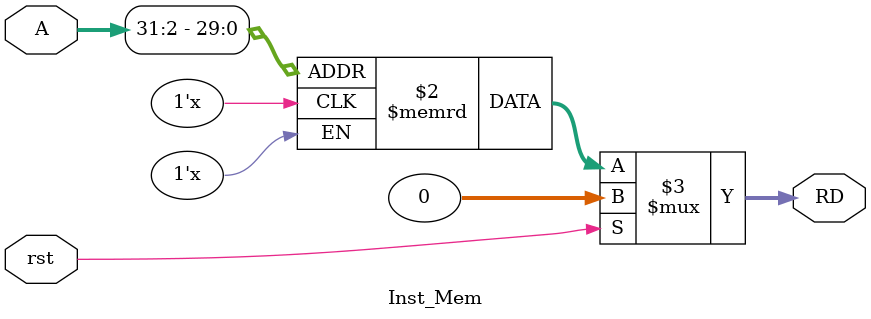
<source format=v>
module Inst_Mem (A,rst,RD);

	input [31:0] A;
	input rst ;
	
	output [31:0]RD;
	
	//creation memory
	reg [31:0] Mem [1023:0];
	
	assign RD=(rst==1'b1)?32'h00000000 : Mem[A[31:2]];
	
endmodule
</source>
